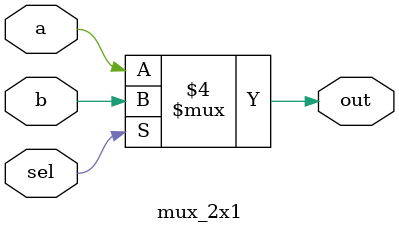
<source format=v>
`timescale 1ns / 1ps


module mux_2x1(input a, input b, input sel, output reg out); 
    always@(*) begin
        if (!sel) out = a;
        else out = b;
    end
endmodule

</source>
